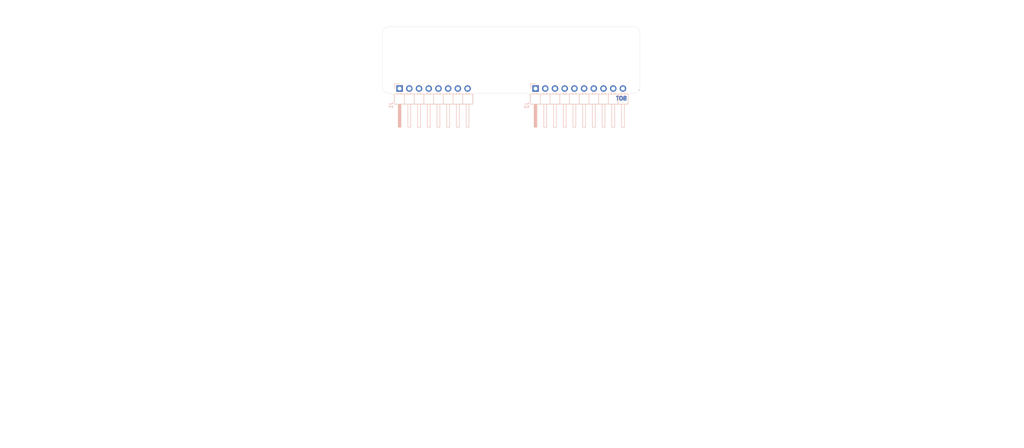
<source format=kicad_pcb>
(kicad_pcb (version 20240108) (generator "pcbnew") (generator_version "8.0")
  (layers (0 "F.Cu" signal) (1 "In1.Cu" signal) (2 "In2.Cu" signal) (31 "B.Cu" signal) (34 "B.Paste" user) (35 "F.Paste" user) (36 "B.SilkS" user "B.Silkscreen") (37 "F.SilkS" user "F.Silkscreen") (38 "B.Mask" user) (39 "F.Mask" user) (44 "Edge.Cuts" user))
  (net 0 "")
  (net 1 "+5V")
  (net 2 "GND")
  (net 3 "+3.3V")
  (footprint "Connector_PinHeader_2.54mm:PinHeader_1x10_P2.54mm_Horizontal" (layer "B.Cu") (at 155.03 101.16 -90)
    (property "Reference" "J2" (at 4.385 2.27 90) (layer "B.SilkS") (effects (justify mirror)))
    (property "Value" "Conn_01x10_Pin")
    (fp_line (start 1.44 1.33) (end 4.1 1.33) (stroke (width 0.12)) (layer "B.SilkS"))
    (fp_line (start 4.1 1.33) (end 4.1 -24.19) (stroke (width 0.12)) (layer "B.SilkS"))
    (fp_line (start -1.27 1.27) (end -1.27 0) (stroke (width 0.12)) (layer "B.SilkS"))
    (fp_line (start 0 1.27) (end -1.27 1.27) (stroke (width 0.12)) (layer "B.SilkS"))
    (fp_line (start 1.44 0.38) (end 1.11 0.38) (stroke (width 0.12)) (layer "B.SilkS"))
    (fp_line (start 10.1 0.38) (end 4.1 0.38) (stroke (width 0.12)) (layer "B.SilkS"))
    (fp_line (start 10.1 0.32) (end 4.1 0.32) (stroke (width 0.12)) (layer "B.SilkS"))
    (fp_line (start 10.1 0.2) (end 4.1 0.2) (stroke (width 0.12)) (layer "B.SilkS"))
    (fp_line (start 10.1 0.08) (end 4.1 0.08) (stroke (width 0.12)) (layer "B.SilkS"))
    (fp_line (start 10.1 -0.04) (end 4.1 -0.04) (stroke (width 0.12)) (layer "B.SilkS"))
    (fp_line (start 10.1 -0.16) (end 4.1 -0.16) (stroke (width 0.12)) (layer "B.SilkS"))
    (fp_line (start 10.1 -0.28) (end 4.1 -0.28) (stroke (width 0.12)) (layer "B.SilkS"))
    (fp_line (start 1.44 -0.38) (end 1.11 -0.38) (stroke (width 0.12)) (layer "B.SilkS"))
    (fp_line (start 4.1 -0.38) (end 10.1 -0.38) (stroke (width 0.12)) (layer "B.SilkS"))
    (fp_line (start 10.1 -0.38) (end 10.1 0.38) (stroke (width 0.12)) (layer "B.SilkS"))
    (fp_line (start 4.1 -1.27) (end 1.44 -1.27) (stroke (width 0.12)) (layer "B.SilkS"))
    (fp_line (start 1.44 -2.16) (end 1.042929 -2.16) (stroke (width 0.12)) (layer "B.SilkS"))
    (fp_line (start 10.1 -2.16) (end 4.1 -2.16) (stroke (width 0.12)) (layer "B.SilkS"))
    (fp_line (start 1.44 -2.92) (end 1.042929 -2.92) (stroke (width 0.12)) (layer "B.SilkS"))
    (fp_line (start 4.1 -2.92) (end 10.1 -2.92) (stroke (width 0.12)) (layer "B.SilkS"))
    (fp_line (start 10.1 -2.92) (end 10.1 -2.16) (stroke (width 0.12)) (layer "B.SilkS"))
    (fp_line (start 4.1 -3.81) (end 1.44 -3.81) (stroke (width 0.12)) (layer "B.SilkS"))
    (fp_line (start 1.44 -4.7) (end 1.042929 -4.7) (stroke (width 0.12)) (layer "B.SilkS"))
    (fp_line (start 10.1 -4.7) (end 4.1 -4.7) (stroke (width 0.12)) (layer "B.SilkS"))
    (fp_line (start 1.44 -5.46) (end 1.042929 -5.46) (stroke (width 0.12)) (layer "B.SilkS"))
    (fp_line (start 4.1 -5.46) (end 10.1 -5.46) (stroke (width 0.12)) (layer "B.SilkS"))
    (fp_line (start 10.1 -5.46) (end 10.1 -4.7) (stroke (width 0.12)) (layer "B.SilkS"))
    (fp_line (start 4.1 -6.35) (end 1.44 -6.35) (stroke (width 0.12)) (layer "B.SilkS"))
    (fp_line (start 1.44 -7.24) (end 1.042929 -7.24) (stroke (width 0.12)) (layer "B.SilkS"))
    (fp_line (start 10.1 -7.24) (end 4.1 -7.24) (stroke (width 0.12)) (layer "B.SilkS"))
    (fp_line (start 1.44 -8) (end 1.042929 -8) (stroke (width 0.12)) (layer "B.SilkS"))
    (fp_line (start 4.1 -8) (end 10.1 -8) (stroke (width 0.12)) (layer "B.SilkS"))
    (fp_line (start 10.1 -8) (end 10.1 -7.24) (stroke (width 0.12)) (layer "B.SilkS"))
    (fp_line (start 4.1 -8.89) (end 1.44 -8.89) (stroke (width 0.12)) (layer "B.SilkS"))
    (fp_line (start 1.44 -9.78) (end 1.042929 -9.78) (stroke (width 0.12)) (layer "B.SilkS"))
    (fp_line (start 10.1 -9.78) (end 4.1 -9.78) (stroke (width 0.12)) (layer "B.SilkS"))
    (fp_line (start 1.44 -10.54) (end 1.042929 -10.54) (stroke (width 0.12)) (layer "B.SilkS"))
    (fp_line (start 4.1 -10.54) (end 10.1 -10.54) (stroke (width 0.12)) (layer "B.SilkS"))
    (fp_line (start 10.1 -10.54) (end 10.1 -9.78) (stroke (width 0.12)) (layer "B.SilkS"))
    (fp_line (start 4.1 -11.43) (end 1.44 -11.43) (stroke (width 0.12)) (layer "B.SilkS"))
    (fp_line (start 1.44 -12.32) (end 1.042929 -12.32) (stroke (width 0.12)) (layer "B.SilkS"))
    (fp_line (start 10.1 -12.32) (end 4.1 -12.32) (stroke (width 0.12)) (layer "B.SilkS"))
    (fp_line (start 1.44 -13.08) (end 1.042929 -13.08) (stroke (width 0.12)) (layer "B.SilkS"))
    (fp_line (start 4.1 -13.08) (end 10.1 -13.08) (stroke (width 0.12)) (layer "B.SilkS"))
    (fp_line (start 10.1 -13.08) (end 10.1 -12.32) (stroke (width 0.12)) (layer "B.SilkS"))
    (fp_line (start 4.1 -13.97) (end 1.44 -13.97) (stroke (width 0.12)) (layer "B.SilkS"))
    (fp_line (start 1.44 -14.86) (end 1.042929 -14.86) (stroke (width 0.12)) (layer "B.SilkS"))
    (fp_line (start 10.1 -14.86) (end 4.1 -14.86) (stroke (width 0.12)) (layer "B.SilkS"))
    (fp_line (start 1.44 -15.62) (end 1.042929 -15.62) (stroke (width 0.12)) (layer "B.SilkS"))
    (fp_line (start 4.1 -15.62) (end 10.1 -15.62) (stroke (width 0.12)) (layer "B.SilkS"))
    (fp_line (start 10.1 -15.62) (end 10.1 -14.86) (stroke (width 0.12)) (layer "B.SilkS"))
    (fp_line (start 4.1 -16.51) (end 1.44 -16.51) (stroke (width 0.12)) (layer "B.SilkS"))
    (fp_line (start 1.44 -17.4) (end 1.042929 -17.4) (stroke (width 0.12)) (layer "B.SilkS"))
    (fp_line (start 10.1 -17.4) (end 4.1 -17.4) (stroke (width 0.12)) (layer "B.SilkS"))
    (fp_line (start 1.44 -18.16) (end 1.042929 -18.16) (stroke (width 0.12)) (layer "B.SilkS"))
    (fp_line (start 4.1 -18.16) (end 10.1 -18.16) (stroke (width 0.12)) (layer "B.SilkS"))
    (fp_line (start 10.1 -18.16) (end 10.1 -17.4) (stroke (width 0.12)) (layer "B.SilkS"))
    (fp_line (start 4.1 -19.05) (end 1.44 -19.05) (stroke (width 0.12)) (layer "B.SilkS"))
    (fp_line (start 1.44 -19.94) (end 1.042929 -19.94) (stroke (width 0.12)) (layer "B.SilkS"))
    (fp_line (start 10.1 -19.94) (end 4.1 -19.94) (stroke (width 0.12)) (layer "B.SilkS"))
    (fp_line (start 1.44 -20.7) (end 1.042929 -20.7) (stroke (width 0.12)) (layer "B.SilkS"))
    (fp_line (start 4.1 -20.7) (end 10.1 -20.7) (stroke (width 0.12)) (layer "B.SilkS"))
    (fp_line (start 10.1 -20.7) (end 10.1 -19.94) (stroke (width 0.12)) (layer "B.SilkS"))
    (fp_line (start 4.1 -21.59) (end 1.44 -21.59) (stroke (width 0.12)) (layer "B.SilkS"))
    (fp_line (start 1.44 -22.48) (end 1.042929 -22.48) (stroke (width 0.12)) (layer "B.SilkS"))
    (fp_line (start 10.1 -22.48) (end 4.1 -22.48) (stroke (width 0.12)) (layer "B.SilkS"))
    (fp_line (start 1.44 -23.24) (end 1.042929 -23.24) (stroke (width 0.12)) (layer "B.SilkS"))
    (fp_line (start 4.1 -23.24) (end 10.1 -23.24) (stroke (width 0.12)) (layer "B.SilkS"))
    (fp_line (start 10.1 -23.24) (end 10.1 -22.48) (stroke (width 0.12)) (layer "B.SilkS"))
    (fp_line (start 1.44 -24.19) (end 1.44 1.33) (stroke (width 0.12)) (layer "B.SilkS"))
    (fp_line (start 4.1 -24.19) (end 1.44 -24.19) (stroke (width 0.12)) (layer "B.SilkS"))
    (pad "1" thru_hole rect (at 0 0 270) (size 1.7 1.7) (drill 1) (layers "*.Cu" "*.Mask") (net 3 "+3.3V"))
    (pad "2" thru_hole oval (at 0 -2.54 270) (size 1.7 1.7) (drill 1) (layers "*.Cu" "*.Mask"))
    (pad "3" thru_hole oval (at 0 -5.08 270) (size 1.7 1.7) (drill 1) (layers "*.Cu" "*.Mask") (net 2 "GND"))
    (pad "4" thru_hole oval (at 0 -7.62 270) (size 1.7 1.7) (drill 1) (layers "*.Cu" "*.Mask"))
    (pad "5" thru_hole oval (at 0 -10.16 270) (size 1.7 1.7) (drill 1) (layers "*.Cu" "*.Mask"))
    (pad "6" thru_hole oval (at 0 -12.7 270) (size 1.7 1.7) (drill 1) (layers "*.Cu" "*.Mask"))
    (pad "7" thru_hole oval (at 0 -15.24 270) (size 1.7 1.7) (drill 1) (layers "*.Cu" "*.Mask"))
    (pad "8" thru_hole oval (at 0 -17.78 270) (size 1.7 1.7) (drill 1) (layers "*.Cu" "*.Mask"))
    (pad "9" thru_hole oval (at 0 -20.32 270) (size 1.7 1.7) (drill 1) (layers "*.Cu" "*.Mask"))
    (pad "10" thru_hole oval (at 0 -22.86 270) (size 1.7 1.7) (drill 1) (layers "*.Cu" "*.Mask") (net 2 "GND"))
  )
  (footprint "Connector_PinHeader_2.54mm:PinHeader_1x08_P2.54mm_Horizontal" (layer "B.Cu") (at 119.47 101.16 -90)
    (property "Reference" "J1" (at 4.385 2.27 90) (layer "B.SilkS") (effects (justify mirror)))
    (property "Value" "Conn_01x08_Pin")
    (fp_line (start 1.44 1.33) (end 4.1 1.33) (stroke (width 0.12)) (layer "B.SilkS"))
    (fp_line (start 4.1 1.33) (end 4.1 -19.11) (stroke (width 0.12)) (layer "B.SilkS"))
    (fp_line (start -1.27 1.27) (end -1.27 0) (stroke (width 0.12)) (layer "B.SilkS"))
    (fp_line (start 0 1.27) (end -1.27 1.27) (stroke (width 0.12)) (layer "B.SilkS"))
    (fp_line (start 1.44 0.38) (end 1.11 0.38) (stroke (width 0.12)) (layer "B.SilkS"))
    (fp_line (start 10.1 0.38) (end 4.1 0.38) (stroke (width 0.12)) (layer "B.SilkS"))
    (fp_line (start 10.1 0.32) (end 4.1 0.32) (stroke (width 0.12)) (layer "B.SilkS"))
    (fp_line (start 10.1 0.2) (end 4.1 0.2) (stroke (width 0.12)) (layer "B.SilkS"))
    (fp_line (start 10.1 0.08) (end 4.1 0.08) (stroke (width 0.12)) (layer "B.SilkS"))
    (fp_line (start 10.1 -0.04) (end 4.1 -0.04) (stroke (width 0.12)) (layer "B.SilkS"))
    (fp_line (start 10.1 -0.16) (end 4.1 -0.16) (stroke (width 0.12)) (layer "B.SilkS"))
    (fp_line (start 10.1 -0.28) (end 4.1 -0.28) (stroke (width 0.12)) (layer "B.SilkS"))
    (fp_line (start 1.44 -0.38) (end 1.11 -0.38) (stroke (width 0.12)) (layer "B.SilkS"))
    (fp_line (start 4.1 -0.38) (end 10.1 -0.38) (stroke (width 0.12)) (layer "B.SilkS"))
    (fp_line (start 10.1 -0.38) (end 10.1 0.38) (stroke (width 0.12)) (layer "B.SilkS"))
    (fp_line (start 4.1 -1.27) (end 1.44 -1.27) (stroke (width 0.12)) (layer "B.SilkS"))
    (fp_line (start 1.44 -2.16) (end 1.042929 -2.16) (stroke (width 0.12)) (layer "B.SilkS"))
    (fp_line (start 10.1 -2.16) (end 4.1 -2.16) (stroke (width 0.12)) (layer "B.SilkS"))
    (fp_line (start 1.44 -2.92) (end 1.042929 -2.92) (stroke (width 0.12)) (layer "B.SilkS"))
    (fp_line (start 4.1 -2.92) (end 10.1 -2.92) (stroke (width 0.12)) (layer "B.SilkS"))
    (fp_line (start 10.1 -2.92) (end 10.1 -2.16) (stroke (width 0.12)) (layer "B.SilkS"))
    (fp_line (start 4.1 -3.81) (end 1.44 -3.81) (stroke (width 0.12)) (layer "B.SilkS"))
    (fp_line (start 1.44 -4.7) (end 1.042929 -4.7) (stroke (width 0.12)) (layer "B.SilkS"))
    (fp_line (start 10.1 -4.7) (end 4.1 -4.7) (stroke (width 0.12)) (layer "B.SilkS"))
    (fp_line (start 1.44 -5.46) (end 1.042929 -5.46) (stroke (width 0.12)) (layer "B.SilkS"))
    (fp_line (start 4.1 -5.46) (end 10.1 -5.46) (stroke (width 0.12)) (layer "B.SilkS"))
    (fp_line (start 10.1 -5.46) (end 10.1 -4.7) (stroke (width 0.12)) (layer "B.SilkS"))
    (fp_line (start 4.1 -6.35) (end 1.44 -6.35) (stroke (width 0.12)) (layer "B.SilkS"))
    (fp_line (start 1.44 -7.24) (end 1.042929 -7.24) (stroke (width 0.12)) (layer "B.SilkS"))
    (fp_line (start 10.1 -7.24) (end 4.1 -7.24) (stroke (width 0.12)) (layer "B.SilkS"))
    (fp_line (start 1.44 -8) (end 1.042929 -8) (stroke (width 0.12)) (layer "B.SilkS"))
    (fp_line (start 4.1 -8) (end 10.1 -8) (stroke (width 0.12)) (layer "B.SilkS"))
    (fp_line (start 10.1 -8) (end 10.1 -7.24) (stroke (width 0.12)) (layer "B.SilkS"))
    (fp_line (start 4.1 -8.89) (end 1.44 -8.89) (stroke (width 0.12)) (layer "B.SilkS"))
    (fp_line (start 1.44 -9.78) (end 1.042929 -9.78) (stroke (width 0.12)) (layer "B.SilkS"))
    (fp_line (start 10.1 -9.78) (end 4.1 -9.78) (stroke (width 0.12)) (layer "B.SilkS"))
    (fp_line (start 1.44 -10.54) (end 1.042929 -10.54) (stroke (width 0.12)) (layer "B.SilkS"))
    (fp_line (start 4.1 -10.54) (end 10.1 -10.54) (stroke (width 0.12)) (layer "B.SilkS"))
    (fp_line (start 10.1 -10.54) (end 10.1 -9.78) (stroke (width 0.12)) (layer "B.SilkS"))
    (fp_line (start 4.1 -11.43) (end 1.44 -11.43) (stroke (width 0.12)) (layer "B.SilkS"))
    (fp_line (start 1.44 -12.32) (end 1.042929 -12.32) (stroke (width 0.12)) (layer "B.SilkS"))
    (fp_line (start 10.1 -12.32) (end 4.1 -12.32) (stroke (width 0.12)) (layer "B.SilkS"))
    (fp_line (start 1.44 -13.08) (end 1.042929 -13.08) (stroke (width 0.12)) (layer "B.SilkS"))
    (fp_line (start 4.1 -13.08) (end 10.1 -13.08) (stroke (width 0.12)) (layer "B.SilkS"))
    (fp_line (start 10.1 -13.08) (end 10.1 -12.32) (stroke (width 0.12)) (layer "B.SilkS"))
    (fp_line (start 4.1 -13.97) (end 1.44 -13.97) (stroke (width 0.12)) (layer "B.SilkS"))
    (fp_line (start 1.44 -14.86) (end 1.042929 -14.86) (stroke (width 0.12)) (layer "B.SilkS"))
    (fp_line (start 10.1 -14.86) (end 4.1 -14.86) (stroke (width 0.12)) (layer "B.SilkS"))
    (fp_line (start 1.44 -15.62) (end 1.042929 -15.62) (stroke (width 0.12)) (layer "B.SilkS"))
    (fp_line (start 4.1 -15.62) (end 10.1 -15.62) (stroke (width 0.12)) (layer "B.SilkS"))
    (fp_line (start 10.1 -15.62) (end 10.1 -14.86) (stroke (width 0.12)) (layer "B.SilkS"))
    (fp_line (start 4.1 -16.51) (end 1.44 -16.51) (stroke (width 0.12)) (layer "B.SilkS"))
    (fp_line (start 1.44 -17.4) (end 1.042929 -17.4) (stroke (width 0.12)) (layer "B.SilkS"))
    (fp_line (start 10.1 -17.4) (end 4.1 -17.4) (stroke (width 0.12)) (layer "B.SilkS"))
    (fp_line (start 1.44 -18.16) (end 1.042929 -18.16) (stroke (width 0.12)) (layer "B.SilkS"))
    (fp_line (start 4.1 -18.16) (end 10.1 -18.16) (stroke (width 0.12)) (layer "B.SilkS"))
    (fp_line (start 10.1 -18.16) (end 10.1 -17.4) (stroke (width 0.12)) (layer "B.SilkS"))
    (fp_line (start 1.44 -19.11) (end 1.44 1.33) (stroke (width 0.12)) (layer "B.SilkS"))
    (fp_line (start 4.1 -19.11) (end 1.44 -19.11) (stroke (width 0.12)) (layer "B.SilkS"))
    (pad "1" thru_hole rect (at 0 0 270) (size 1.7 1.7) (drill 1) (layers "*.Cu" "*.Mask") (net 1 "+5V"))
    (pad "2" thru_hole oval (at 0 -2.54 270) (size 1.7 1.7) (drill 1) (layers "*.Cu" "*.Mask"))
    (pad "3" thru_hole oval (at 0 -5.08 270) (size 1.7 1.7) (drill 1) (layers "*.Cu" "*.Mask"))
    (pad "4" thru_hole oval (at 0 -7.62 270) (size 1.7 1.7) (drill 1) (layers "*.Cu" "*.Mask"))
    (pad "5" thru_hole oval (at 0 -10.16 270) (size 1.7 1.7) (drill 1) (layers "*.Cu" "*.Mask"))
    (pad "6" thru_hole oval (at 0 -12.7 270) (size 1.7 1.7) (drill 1) (layers "*.Cu" "*.Mask"))
    (pad "7" thru_hole oval (at 0 -15.24 270) (size 1.7 1.7) (drill 1) (layers "*.Cu" "*.Mask"))
    (pad "8" thru_hole oval (at 0 -17.78 270) (size 1.7 1.7) (drill 1) (layers "*.Cu" "*.Mask") (net 2 "GND"))
  )
  (gr_line (start 115 101.192827) (end 115 86.207127) (stroke (width 0.05)) (layer "Edge.Cuts"))
  (gr_line (start 118 102.9) (end 118 104.507927) (stroke (width 0.05)) (layer "Edge.Cuts"))
  (gr_line (start 182.193558 101.546447) (end 182.193549 101.546446) (stroke (width 0.35)) (layer "Edge.Cuts"))
  (gr_arc (start 179.339996 104.500027) (mid 179.194919 104.8522) (end 178.84388 104.999999) (stroke (width 0.05)) (layer "Edge.Cuts"))
  (gr_line (start 115.85359 85.146409) (end 115.143575 85.856424) (stroke (width 0.05)) (layer "Edge.Cuts"))
  (gr_line (start 181.48645 85.146445) (end 182.193558 85.853553) (stroke (width 0.05)) (layer "Edge.Cuts"))
  (gr_line (start 118.500108 104.999999) (end 138.204007 104.999999) (stroke (width 0.05)) (layer "Edge.Cuts"))
  (gr_line (start 182.193558 101.546447) (end 181.48645 102.253554) (stroke (width 0.05)) (layer "Edge.Cuts"))
  (gr_line (start 138.699997 102.900027) (end 138.699997 104.500027) (stroke (width 0.05)) (layer "Edge.Cuts"))
  (gr_arc (start 153.060008 102.4) (mid 153.413567 102.546438) (end 153.559998 102.9) (stroke (width 0.05)) (layer "Edge.Cuts"))
  (gr_line (start 153.060008 102.4) (end 139.200008 102.4) (stroke (width 0.05)) (layer "Edge.Cuts"))
  (gr_line (start 154.060108 104.999999) (end 178.84388 104.999999) (stroke (width 0.05)) (layer "Edge.Cuts"))
  (gr_line (start 179.339996 102.900027) (end 179.339996 104.500027) (stroke (width 0.05)) (layer "Edge.Cuts"))
  (gr_arc (start 182.193549 85.853554) (mid 182.301936 86.015765) (end 182.339996 86.207107) (stroke (width 0.05)) (layer "Edge.Cuts"))
  (gr_arc (start 154.060108 104.999999) (mid 153.703695 104.850743) (end 153.559998 104.492053) (stroke (width 0.05)) (layer "Edge.Cuts"))
  (gr_arc (start 118.500108 104.999999) (mid 118.149307 104.856355) (end 118 104.507927) (stroke (width 0.05)) (layer "Edge.Cuts"))
  (gr_arc (start 138.699997 104.500027) (mid 138.554964 104.852155) (end 138.204007 104.999999) (stroke (width 0.05)) (layer "Edge.Cuts"))
  (gr_arc (start 117.500008 102.4) (mid 117.853568 102.546438) (end 118 102.9) (stroke (width 0.05)) (layer "Edge.Cuts"))
  (gr_arc (start 181.132908 84.999999) (mid 181.324241 85.038058) (end 181.486442 85.146446) (stroke (width 0.05)) (layer "Edge.Cuts"))
  (gr_arc (start 181.486442 102.253553) (mid 181.324232 102.361942) (end 181.132889 102.4) (stroke (width 0.05)) (layer "Edge.Cuts"))
  (gr_arc (start 115.146517 101.546518) (mid 115.03808 101.384247) (end 115.000015 101.192827) (stroke (width 0.05)) (layer "Edge.Cuts"))
  (gr_arc (start 138.699997 102.900027) (mid 138.846447 102.546466) (end 139.200008 102.400016) (stroke (width 0.05)) (layer "Edge.Cuts"))
  (gr_line (start 117.500008 102.4) (end 116.207108 102.4) (stroke (width 0.05)) (layer "Edge.Cuts"))
  (gr_line (start 181.132908 84.999999) (end 116.207108 84.999999) (stroke (width 0.05)) (layer "Edge.Cuts"))
  (gr_line (start 182.339996 86.207107) (end 182.339996 101.192927) (stroke (width 0.05)) (layer "Edge.Cuts"))
  (gr_arc (start 116.207108 102.4) (mid 116.01786 102.3628) (end 115.856758 102.256758) (stroke (width 0.05)) (layer "Edge.Cuts"))
  (gr_arc (start 179.339996 102.900027) (mid 179.486446 102.546465) (end 179.840008 102.400015) (stroke (width 0.05)) (layer "Edge.Cuts"))
  (gr_line (start 153.559998 104.492053) (end 153.559998 102.9) (stroke (width 0.05)) (layer "Edge.Cuts"))
  (gr_arc (start 182.339996 101.192927) (mid 182.301937 101.384254) (end 182.193549 101.546446) (stroke (width 0.05)) (layer "Edge.Cuts"))
  (gr_line (start 181.132889 102.4) (end 179.840008 102.4) (stroke (width 0.05)) (layer "Edge.Cuts"))
  (gr_arc (start 115.85359 85.146409) (mid 116.015788 85.038055) (end 116.207108 85.000038) (stroke (width 0.05)) (layer "Edge.Cuts"))
  (gr_arc (start 115 86.207127) (mid 115.03729 86.017652) (end 115.143575 85.856424) (stroke (width 0.05)) (layer "Edge.Cuts"))
  (gr_line (start 115.146517 101.546518) (end 115.856758 102.256758) (stroke (width 0.05)) (layer "Edge.Cuts"))
  (gr_text "TOP" (at 177.5 103.75 0) (layer "F.Cu") (effects (font (size 1 1) (thickness 0.25) (bold yes))))
  (gr_text "BOT" (at 177.5 103.75 0) (layer "B.Cu") (effects (font (size 1 1) (thickness 0.25) (bold yes)) (justify mirror)))
)
</source>
